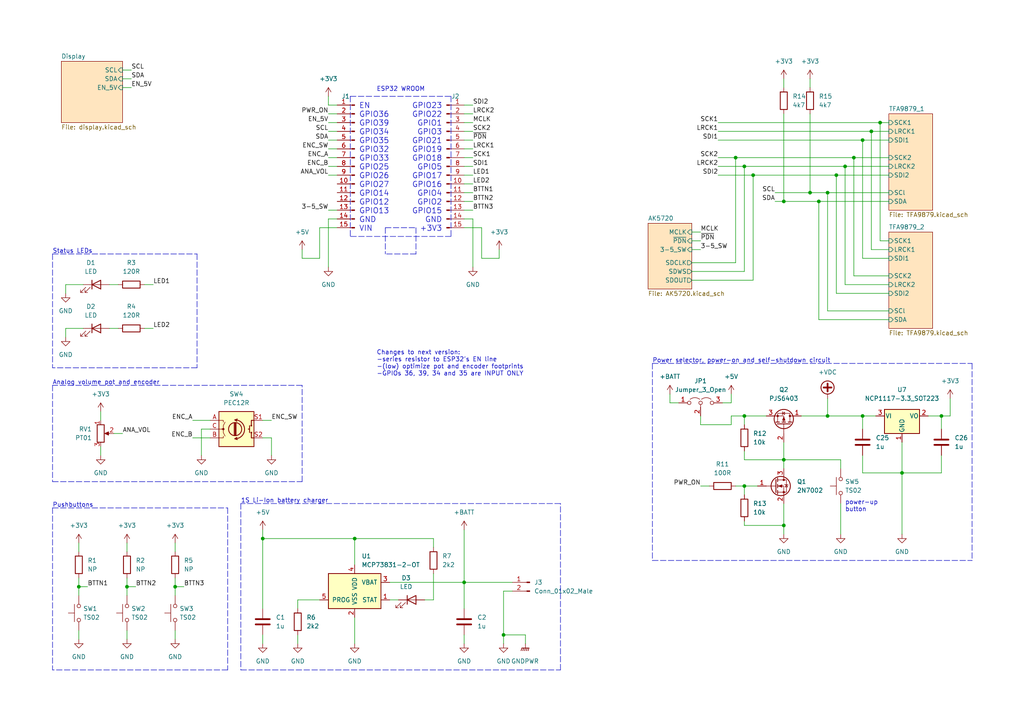
<source format=kicad_sch>
(kicad_sch (version 20211123) (generator eeschema)
  (paper "A4")
  (lib_symbols
    (symbol "Battery_Management:MCP73831-2-OT" (pin_names (offset 1.016))
      (property "Reference" "U" (at -7.62 6.35 0))
      (property "Value" "MCP73831-2-OT" (at 1.27 6.35 0))
      (symbol "MCP73831-2-OT_0_1"
        (rectangle (start -7.62 5.08) (end 7.62 -5.08) (stroke (width 0.254)) (fill (type background)))
      )
      (symbol "MCP73831-2-OT_1_1"
        (pin output line (at 10.16 -2.54 180) (length 2.54) (name "STAT") (number "1"))
        (pin power_in line (at 0 -7.62 90) (length 2.54) (name "VSS") (number "2"))
        (pin power_out line (at 10.16 2.54 180) (length 2.54) (name "VBAT") (number "3"))
        (pin power_in line (at 0 7.62 270) (length 2.54) (name "VDD") (number "4"))
        (pin input line (at -10.16 -2.54 0) (length 2.54) (name "PROG") (number "5"))
      )
    )
    (symbol "Connector:Conn_01x02_Male" (pin_names (offset 1.016) hide)
      (property "Reference" "J" (at 0 2.54 0))
      (property "Value" "Conn_01x02_Male" (at 0 -5.08 0))
      (symbol "Conn_01x02_Male_1_1"
        (polyline (pts (xy 1.27 -2.54) (xy 0.8636 -2.54)) (stroke (width 0.1524)))
        (polyline (pts (xy 1.27 0) (xy 0.8636 0)) (stroke (width 0.1524)))
        (rectangle (start 0.8636 -2.413) (end 0 -2.667) (stroke (width 0.1524)) (fill (type outline)))
        (rectangle (start 0.8636 0.127) (end 0 -0.127) (stroke (width 0.1524)) (fill (type outline)))
        (pin passive line (at 5.08 0 180) (length 3.81) (name "Pin_1") (number "1"))
        (pin passive line (at 5.08 -2.54 180) (length 3.81) (name "Pin_2") (number "2"))
      )
    )
    (symbol "Connector:Conn_01x15_Male" (pin_names (offset 1.016) hide)
      (property "Reference" "J" (at 0 20.32 0))
      (property "Value" "Conn_01x15_Male" (at 0 -20.32 0))
      (symbol "Conn_01x15_Male_1_1"
        (polyline (pts (xy 1.27 -17.78) (xy 0.8636 -17.78)) (stroke (width 0.1524)))
        (polyline (pts (xy 1.27 -15.24) (xy 0.8636 -15.24)) (stroke (width 0.1524)))
        (polyline (pts (xy 1.27 -12.7) (xy 0.8636 -12.7)) (stroke (width 0.1524)))
        (polyline (pts (xy 1.27 -10.16) (xy 0.8636 -10.16)) (stroke (width 0.1524)))
        (polyline (pts (xy 1.27 -7.62) (xy 0.8636 -7.62)) (stroke (width 0.1524)))
        (polyline (pts (xy 1.27 -5.08) (xy 0.8636 -5.08)) (stroke (width 0.1524)))
        (polyline (pts (xy 1.27 -2.54) (xy 0.8636 -2.54)) (stroke (width 0.1524)))
        (polyline (pts (xy 1.27 0) (xy 0.8636 0)) (stroke (width 0.1524)))
        (polyline (pts (xy 1.27 2.54) (xy 0.8636 2.54)) (stroke (width 0.1524)))
        (polyline (pts (xy 1.27 5.08) (xy 0.8636 5.08)) (stroke (width 0.1524)))
        (polyline (pts (xy 1.27 7.62) (xy 0.8636 7.62)) (stroke (width 0.1524)))
        (polyline (pts (xy 1.27 10.16) (xy 0.8636 10.16)) (stroke (width 0.1524)))
        (polyline (pts (xy 1.27 12.7) (xy 0.8636 12.7)) (stroke (width 0.1524)))
        (polyline (pts (xy 1.27 15.24) (xy 0.8636 15.24)) (stroke (width 0.1524)))
        (polyline (pts (xy 1.27 17.78) (xy 0.8636 17.78)) (stroke (width 0.1524)))
        (rectangle (start 0.8636 -17.653) (end 0 -17.907) (stroke (width 0.1524)) (fill (type outline)))
        (rectangle (start 0.8636 -15.113) (end 0 -15.367) (stroke (width 0.1524)) (fill (type outline)))
        (rectangle (start 0.8636 -12.573) (end 0 -12.827) (stroke (width 0.1524)) (fill (type outline)))
        (rectangle (start 0.8636 -10.033) (end 0 -10.287) (stroke (width 0.1524)) (fill (type outline)))
        (rectangle (start 0.8636 -7.493) (end 0 -7.747) (stroke (width 0.1524)) (fill (type outline)))
        (rectangle (start 0.8636 -4.953) (end 0 -5.207) (stroke (width 0.1524)) (fill (type outline)))
        (rectangle (start 0.8636 -2.413) (end 0 -2.667) (stroke (width 0.1524)) (fill (type outline)))
        (rectangle (start 0.8636 0.127) (end 0 -0.127) (stroke (width 0.1524)) (fill (type outline)))
        (rectangle (start 0.8636 2.667) (end 0 2.413) (stroke (width 0.1524)) (fill (type outline)))
        (rectangle (start 0.8636 5.207) (end 0 4.953) (stroke (width 0.1524)) (fill (type outline)))
        (rectangle (start 0.8636 7.747) (end 0 7.493) (stroke (width 0.1524)) (fill (type outline)))
        (rectangle (start 0.8636 10.287) (end 0 10.033) (stroke (width 0.1524)) (fill (type outline)))
        (rectangle (start 0.8636 12.827) (end 0 12.573) (stroke (width 0.1524)) (fill (type outline)))
        (rectangle (start 0.8636 15.367) (end 0 15.113) (stroke (width 0.1524)) (fill (type outline)))
        (rectangle (start 0.8636 17.907) (end 0 17.653) (stroke (width 0.1524)) (fill (type outline)))
        (pin passive line (at 5.08 17.78 180) (length 3.81) (name "Pin_1") (number "1"))
        (pin passive line (at 5.08 -5.08 180) (length 3.81) (name "Pin_10") (number "10"))
        (pin passive line (at 5.08 -7.62 180) (length 3.81) (name "Pin_11") (number "11"))
        (pin passive line (at 5.08 -10.16 180) (length 3.81) (name "Pin_12") (number "12"))
        (pin passive line (at 5.08 -12.7 180) (length 3.81) (name "Pin_13") (number "13"))
        (pin passive line (at 5.08 -15.24 180) (length 3.81) (name "Pin_14") (number "14"))
        (pin passive line (at 5.08 -17.78 180) (length 3.81) (name "Pin_15") (number "15"))
        (pin passive line (at 5.08 15.24 180) (length 3.81) (name "Pin_2") (number "2"))
        (pin passive line (at 5.08 12.7 180) (length 3.81) (name "Pin_3") (number "3"))
        (pin passive line (at 5.08 10.16 180) (length 3.81) (name "Pin_4") (number "4"))
        (pin passive line (at 5.08 7.62 180) (length 3.81) (name "Pin_5") (number "5"))
        (pin passive line (at 5.08 5.08 180) (length 3.81) (name "Pin_6") (number "6"))
        (pin passive line (at 5.08 2.54 180) (length 3.81) (name "Pin_7") (number "7"))
        (pin passive line (at 5.08 0 180) (length 3.81) (name "Pin_8") (number "8"))
        (pin passive line (at 5.08 -2.54 180) (length 3.81) (name "Pin_9") (number "9"))
      )
    )
    (symbol "Device:C" (pin_numbers hide) (pin_names (offset 0.254))
      (property "Reference" "C" (at 0.635 2.54 0))
      (property "Value" "C" (at 0.635 -2.54 0))
      (symbol "C_0_1"
        (polyline (pts (xy -2.032 -0.762) (xy 2.032 -0.762)) (stroke (width 0.508)))
        (polyline (pts (xy -2.032 0.762) (xy 2.032 0.762)) (stroke (width 0.508)))
      )
      (symbol "C_1_1"
        (pin passive line (at 0 3.81 270) (length 2.794) (name "~") (number "1"))
        (pin passive line (at 0 -3.81 90) (length 2.794) (name "~") (number "2"))
      )
    )
    (symbol "Device:LED" (pin_numbers hide) (pin_names (offset 1.016) hide)
      (property "Reference" "D" (at 0 2.54 0))
      (property "Value" "LED" (at 0 -2.54 0))
      (symbol "LED_0_1"
        (polyline (pts (xy -1.27 -1.27) (xy -1.27 1.27)) (stroke (width 0.254)))
        (polyline (pts (xy -1.27 0) (xy 1.27 0)))
        (polyline (pts (xy 1.27 -1.27) (xy 1.27 1.27) (xy -1.27 0) (xy 1.27 -1.27)) (stroke (width 0.254)))
        (polyline (pts (xy -3.048 -0.762) (xy -4.572 -2.286) (xy -3.81 -2.286) (xy -4.572 -2.286) (xy -4.572 -1.524)))
        (polyline (pts (xy -1.778 -0.762) (xy -3.302 -2.286) (xy -2.54 -2.286) (xy -3.302 -2.286) (xy -3.302 -1.524)))
      )
      (symbol "LED_1_1"
        (pin passive line (at -3.81 0 0) (length 2.54) (name "K") (number "1"))
        (pin passive line (at 3.81 0 180) (length 2.54) (name "A") (number "2"))
      )
    )
    (symbol "Device:Q_NMOS_GSD" (pin_names (offset 0) hide)
      (property "Reference" "Q" (at 5.08 1.27 0))
      (property "Value" "Q_NMOS_GSD" (at 5.08 -1.27 0))
      (symbol "Q_NMOS_GSD_0_1"
        (polyline (pts (xy 0.254 0) (xy -2.54 0)))
        (polyline (pts (xy 0.254 1.905) (xy 0.254 -1.905)) (stroke (width 0.254)))
        (polyline (pts (xy 0.762 -1.27) (xy 0.762 -2.286)) (stroke (width 0.254)))
        (polyline (pts (xy 0.762 0.508) (xy 0.762 -0.508)) (stroke (width 0.254)))
        (polyline (pts (xy 0.762 2.286) (xy 0.762 1.27)) (stroke (width 0.254)))
        (polyline (pts (xy 2.54 2.54) (xy 2.54 1.778)))
        (polyline (pts (xy 2.54 -2.54) (xy 2.54 0) (xy 0.762 0)))
        (polyline (pts (xy 0.762 -1.778) (xy 3.302 -1.778) (xy 3.302 1.778) (xy 0.762 1.778)))
        (polyline (pts (xy 1.016 0) (xy 2.032 0.381) (xy 2.032 -0.381) (xy 1.016 0)) (fill (type outline)))
        (polyline (pts (xy 2.794 0.508) (xy 2.921 0.381) (xy 3.683 0.381) (xy 3.81 0.254)))
        (polyline (pts (xy 3.302 0.381) (xy 2.921 -0.254) (xy 3.683 -0.254) (xy 3.302 0.381)))
        (circle (center 1.651 0) (radius 2.794) (stroke (width 0.254)))
        (circle (center 2.54 -1.778) (radius 0.254) (fill (type outline)))
        (circle (center 2.54 1.778) (radius 0.254) (fill (type outline)))
      )
      (symbol "Q_NMOS_GSD_1_1"
        (pin input line (at -5.08 0 0) (length 2.54) (name "G") (number "1"))
        (pin passive line (at 2.54 -5.08 90) (length 2.54) (name "S") (number "2"))
        (pin passive line (at 2.54 5.08 270) (length 2.54) (name "D") (number "3"))
      )
    )
    (symbol "Device:Q_PMOS_DGS" (pin_names (offset 0) hide)
      (property "Reference" "Q" (at 5.08 1.27 0))
      (property "Value" "Q_PMOS_DGS" (at 5.08 -1.27 0))
      (symbol "Q_PMOS_DGS_0_1"
        (polyline (pts (xy 0.254 0) (xy -2.54 0)))
        (polyline (pts (xy 0.254 1.905) (xy 0.254 -1.905)) (stroke (width 0.254)))
        (polyline (pts (xy 0.762 -1.27) (xy 0.762 -2.286)) (stroke (width 0.254)))
        (polyline (pts (xy 0.762 0.508) (xy 0.762 -0.508)) (stroke (width 0.254)))
        (polyline (pts (xy 0.762 2.286) (xy 0.762 1.27)) (stroke (width 0.254)))
        (polyline (pts (xy 2.54 2.54) (xy 2.54 1.778)))
        (polyline (pts (xy 2.54 -2.54) (xy 2.54 0) (xy 0.762 0)))
        (polyline (pts (xy 0.762 1.778) (xy 3.302 1.778) (xy 3.302 -1.778) (xy 0.762 -1.778)))
        (polyline (pts (xy 2.286 0) (xy 1.27 0.381) (xy 1.27 -0.381) (xy 2.286 0)) (fill (type outline)))
        (polyline (pts (xy 2.794 -0.508) (xy 2.921 -0.381) (xy 3.683 -0.381) (xy 3.81 -0.254)))
        (polyline (pts (xy 3.302 -0.381) (xy 2.921 0.254) (xy 3.683 0.254) (xy 3.302 -0.381)))
        (circle (center 1.651 0) (radius 2.794) (stroke (width 0.254)))
        (circle (center 2.54 -1.778) (radius 0.254) (fill (type outline)))
        (circle (center 2.54 1.778) (radius 0.254) (fill (type outline)))
      )
      (symbol "Q_PMOS_DGS_1_1"
        (pin passive line (at 2.54 5.08 270) (length 2.54) (name "D") (number "1"))
        (pin input line (at -5.08 0 0) (length 2.54) (name "G") (number "2"))
        (pin passive line (at 2.54 -5.08 90) (length 2.54) (name "S") (number "3"))
      )
    )
    (symbol "Device:R" (pin_numbers hide) (pin_names (offset 0))
      (property "Reference" "R" (at 2.032 0 90))
      (property "Value" "R" (at 0 0 90))
      (symbol "R_0_1"
        (rectangle (start -1.016 -2.54) (end 1.016 2.54) (stroke (width 0.254)))
      )
      (symbol "R_1_1"
        (pin passive line (at 0 3.81 270) (length 1.27) (name "~") (number "1"))
        (pin passive line (at 0 -3.81 90) (length 1.27) (name "~") (number "2"))
      )
    )
    (symbol "Device:R_Potentiometer" (pin_names (offset 1.016) hide)
      (property "Reference" "RV" (at -4.445 0 90))
      (property "Value" "R_Potentiometer" (at -2.54 0 90))
      (symbol "R_Potentiometer_0_1"
        (polyline (pts (xy 2.54 0) (xy 1.524 0)))
        (polyline (pts (xy 1.143 0) (xy 2.286 0.508) (xy 2.286 -0.508) (xy 1.143 0)) (fill (type outline)))
        (rectangle (start 1.016 2.54) (end -1.016 -2.54) (stroke (width 0.254)))
      )
      (symbol "R_Potentiometer_1_1"
        (pin passive line (at 0 3.81 270) (length 1.27) (name "1") (number "1"))
        (pin passive line (at 3.81 0 180) (length 1.27) (name "2") (number "2"))
        (pin passive line (at 0 -3.81 90) (length 1.27) (name "3") (number "3"))
      )
    )
    (symbol "Device:RotaryEncoder_Switch" (pin_names (offset 0.254) hide)
      (property "Reference" "SW" (at 0 6.604 0))
      (property "Value" "RotaryEncoder_Switch" (at 0 -6.604 0))
      (symbol "RotaryEncoder_Switch_0_1"
        (rectangle (start -5.08 5.08) (end 5.08 -5.08) (stroke (width 0.254)) (fill (type background)))
        (circle (center -3.81 0) (radius 0.254) (fill (type outline)))
        (arc (start -0.381 -2.794) (mid 2.3622 -0.0508) (end -0.381 2.667) (stroke (width 0.254)))
        (circle (center -0.381 0) (radius 1.905) (stroke (width 0.254)))
        (polyline (pts (xy -0.635 -1.778) (xy -0.635 1.778)) (stroke (width 0.254)))
        (polyline (pts (xy -0.381 -1.778) (xy -0.381 1.778)) (stroke (width 0.254)))
        (polyline (pts (xy -0.127 1.778) (xy -0.127 -1.778)) (stroke (width 0.254)))
        (polyline (pts (xy 3.81 0) (xy 3.429 0)) (stroke (width 0.254)))
        (polyline (pts (xy 3.81 1.016) (xy 3.81 -1.016)) (stroke (width 0.254)))
        (polyline (pts (xy -5.08 -2.54) (xy -3.81 -2.54) (xy -3.81 -2.032)))
        (polyline (pts (xy -5.08 2.54) (xy -3.81 2.54) (xy -3.81 2.032)))
        (polyline (pts (xy 0.254 -3.048) (xy -0.508 -2.794) (xy 0.127 -2.413)) (stroke (width 0.254)))
        (polyline (pts (xy 0.254 2.921) (xy -0.508 2.667) (xy 0.127 2.286)) (stroke (width 0.254)))
        (polyline (pts (xy 5.08 -2.54) (xy 4.318 -2.54) (xy 4.318 -1.016)) (stroke (width 0.254)))
        (polyline (pts (xy 5.08 2.54) (xy 4.318 2.54) (xy 4.318 1.016)) (stroke (width 0.254)))
        (polyline (pts (xy -5.08 0) (xy -3.81 0) (xy -3.81 -1.016) (xy -3.302 -2.032)))
        (polyline (pts (xy -4.318 0) (xy -3.81 0) (xy -3.81 1.016) (xy -3.302 2.032)))
        (circle (center 4.318 -1.016) (radius 0.127) (stroke (width 0.254)))
        (circle (center 4.318 1.016) (radius 0.127) (stroke (width 0.254)))
      )
      (symbol "RotaryEncoder_Switch_1_1"
        (pin passive line (at -7.62 2.54 0) (length 2.54) (name "A") (number "A"))
        (pin passive line (at -7.62 -2.54 0) (length 2.54) (name "B") (number "B"))
        (pin passive line (at -7.62 0 0) (length 2.54) (name "C") (number "C"))
        (pin passive line (at 7.62 2.54 180) (length 2.54) (name "S1") (number "S1"))
        (pin passive line (at 7.62 -2.54 180) (length 2.54) (name "S2") (number "S2"))
      )
    )
    (symbol "Jumper:Jumper_3_Open" (pin_names (offset 0) hide)
      (property "Reference" "JP" (at -2.54 -2.54 0))
      (property "Value" "Jumper_3_Open" (at 0 2.794 0))
      (symbol "Jumper_3_Open_0_0"
        (circle (center -3.302 0) (radius 0.508))
        (circle (center 0 0) (radius 0.508))
        (circle (center 3.302 0) (radius 0.508))
      )
      (symbol "Jumper_3_Open_0_1"
        (arc (start -0.254 1.016) (mid -1.651 1.4992) (end -3.048 1.016))
        (polyline (pts (xy 0 -0.508) (xy 0 -1.27)))
        (arc (start 3.048 1.016) (mid 1.651 1.4992) (end 0.254 1.016))
      )
      (symbol "Jumper_3_Open_1_1"
        (pin passive line (at -6.35 0 0) (length 2.54) (name "A") (number "1"))
        (pin passive line (at 0 -3.81 90) (length 2.54) (name "C") (number "2"))
        (pin passive line (at 6.35 0 180) (length 2.54) (name "B") (number "3"))
      )
    )
    (symbol "Regulator_Linear:NCP1117-3.3_SOT223" (pin_names (offset 0.254))
      (property "Reference" "U" (at -3.81 3.175 0))
      (property "Value" "NCP1117-3.3_SOT223" (at 0 3.175 0))
      (symbol "NCP1117-3.3_SOT223_0_1"
        (rectangle (start -5.08 -5.08) (end 5.08 1.905) (stroke (width 0.254)) (fill (type background)))
      )
      (symbol "NCP1117-3.3_SOT223_1_1"
        (pin power_in line (at 0 -7.62 90) (length 2.54) (name "GND") (number "1"))
        (pin power_out line (at 7.62 0 180) (length 2.54) (name "VO") (number "2"))
        (pin power_in line (at -7.62 0 0) (length 2.54) (name "VI") (number "3"))
      )
    )
    (symbol "Switch:SW_Push" (pin_numbers hide) (pin_names (offset 1.016) hide)
      (property "Reference" "SW" (at 1.27 2.54 0))
      (property "Value" "SW_Push" (at 0 -1.524 0))
      (symbol "SW_Push_0_1"
        (circle (center -2.032 0) (radius 0.508))
        (polyline (pts (xy 0 1.27) (xy 0 3.048)))
        (polyline (pts (xy 2.54 1.27) (xy -2.54 1.27)))
        (circle (center 2.032 0) (radius 0.508))
        (pin passive line (at -5.08 0 0) (length 2.54) (name "1") (number "1"))
        (pin passive line (at 5.08 0 180) (length 2.54) (name "2") (number "2"))
      )
    )
    (symbol "power:+3V3" (power) (pin_names (offset 0))
      (property "Value" "+3V3" (at 0 3.556 0))
      (symbol "+3V3_0_1"
        (polyline (pts (xy -0.762 1.27) (xy 0 2.54)))
        (polyline (pts (xy 0 0) (xy 0 2.54)))
        (polyline (pts (xy 0 2.54) (xy 0.762 1.27)))
      )
      (symbol "+3V3_1_1"
        (pin power_in line (at 0 0 90) (length 0) hide (name "+3V3") (number "1"))
      )
    )
    (symbol "power:+5V" (power) (pin_names (offset 0))
      (property "Value" "+5V" (at 0 3.556 0))
      (symbol "+5V_0_1"
        (polyline (pts (xy -0.762 1.27) (xy 0 2.54)))
        (polyline (pts (xy 0 0) (xy 0 2.54)))
        (polyline (pts (xy 0 2.54) (xy 0.762 1.27)))
      )
      (symbol "+5V_1_1"
        (pin power_in line (at 0 0 90) (length 0) hide (name "+5V") (number "1"))
      )
    )
    (symbol "power:+BATT" (power) (pin_names (offset 0))
      (property "Value" "+BATT" (at 0 3.556 0))
      (symbol "+BATT_0_1"
        (polyline (pts (xy -0.762 1.27) (xy 0 2.54)))
        (polyline (pts (xy 0 0) (xy 0 2.54)))
        (polyline (pts (xy 0 2.54) (xy 0.762 1.27)))
      )
      (symbol "+BATT_1_1"
        (pin power_in line (at 0 0 90) (length 0) hide (name "+BATT") (number "1"))
      )
    )
    (symbol "power:+VDC" (power) (pin_names (offset 0))
      (property "Value" "+VDC" (at 0 6.35 0))
      (symbol "+VDC_0_1"
        (polyline (pts (xy -1.143 3.175) (xy 1.143 3.175)) (stroke (width 0.508)))
        (polyline (pts (xy 0 0) (xy 0 1.27)))
        (polyline (pts (xy 0 2.032) (xy 0 4.318)) (stroke (width 0.508)))
        (circle (center 0 3.175) (radius 1.905) (stroke (width 0.254)))
      )
      (symbol "+VDC_1_1"
        (pin power_in line (at 0 0 90) (length 0) hide (name "+VDC") (number "1"))
      )
    )
    (symbol "power:GND" (power) (pin_names (offset 0))
      (property "Value" "GND" (at 0 -3.81 0))
      (symbol "GND_0_1"
        (polyline (pts (xy 0 0) (xy 0 -1.27) (xy 1.27 -1.27) (xy 0 -2.54) (xy -1.27 -1.27) (xy 0 -1.27)))
      )
      (symbol "GND_1_1"
        (pin power_in line (at 0 0 270) (length 0) hide (name "GND") (number "1"))
      )
    )
    (symbol "power:GNDPWR" (power) (pin_names (offset 0))
      (property "Value" "GNDPWR" (at 0 -3.302 0))
      (symbol "GNDPWR_0_1"
        (polyline (pts (xy 0 -1.27) (xy 0 0)))
        (polyline (pts (xy -1.016 -1.27) (xy -1.27 -2.032) (xy -1.27 -2.032)) (stroke (width 0.2032)))
        (polyline (pts (xy -0.508 -1.27) (xy -0.762 -2.032) (xy -0.762 -2.032)) (stroke (width 0.2032)))
        (polyline (pts (xy 0 -1.27) (xy -0.254 -2.032) (xy -0.254 -2.032)) (stroke (width 0.2032)))
        (polyline (pts (xy 0.508 -1.27) (xy 0.254 -2.032) (xy 0.254 -2.032)) (stroke (width 0.2032)))
        (polyline (pts (xy 1.016 -1.27) (xy -1.016 -1.27) (xy -1.016 -1.27)) (stroke (width 0.2032)))
        (polyline (pts (xy 1.016 -1.27) (xy 0.762 -2.032) (xy 0.762 -2.032) (xy 0.762 -2.032)) (stroke (width 0.2032)))
      )
      (symbol "GNDPWR_1_1"
        (pin power_in line (at 0 0 270) (length 0) hide (name "GNDPWR") (number "1"))
      )
    )
  )
  (junction (at 234.95 55.88))
  (junction (at 227.33 133.35))
  (junction (at 215.9 120.65))
  (junction (at 76.2 156.21))
  (junction (at 227.33 152.4))
  (junction (at 36.83 170.18))
  (junction (at 227.33 58.42))
  (junction (at 50.8 170.18))
  (junction (at 22.86 170.18))
  (junction (at 215.9 140.97))
  (junction (at 240.03 55.88))
  (junction (at 247.65 45.72))
  (junction (at 240.03 120.65))
  (junction (at 134.62 168.91))
  (junction (at 218.44 50.8))
  (junction (at 252.73 38.1))
  (junction (at 242.57 50.8))
  (junction (at 213.36 45.72))
  (junction (at 215.9 48.26))
  (junction (at 273.05 120.65))
  (junction (at 102.87 156.21))
  (junction (at 237.49 58.42))
  (junction (at 255.27 35.56))
  (junction (at 245.11 48.26))
  (junction (at 261.62 137.16))
  (junction (at 250.19 120.65))
  (junction (at 250.19 40.64))
  (junction (at 146.05 184.15))
  (wire (pts (xy 134.62 53.34) (xy 137.16 53.34)))
  (wire (pts (xy 123.19 173.99) (xy 125.73 173.99)))
  (wire (pts (xy 200.66 72.39) (xy 203.2 72.39)))
  (wire (pts (xy 245.11 48.26) (xy 245.11 82.55)))
  (wire (pts (xy 137.16 77.47) (xy 137.16 63.5)))
  (wire (pts (xy 240.03 90.17) (xy 257.81 90.17)))
  (wire (pts (xy 208.28 40.64) (xy 250.19 40.64)))
  (wire (pts (xy 273.05 120.65) (xy 273.05 124.46)))
  (wire (pts (xy 50.8 167.64) (xy 50.8 170.18)))
  (polyline (pts (xy 281.94 105.41) (xy 281.94 162.56)))
  (wire (pts (xy 212.09 120.65) (xy 215.9 120.65)))
  (wire (pts (xy 203.2 123.19) (xy 212.09 123.19)))
  (wire (pts (xy 95.25 38.1) (xy 97.79 38.1)))
  (wire (pts (xy 95.25 63.5) (xy 97.79 63.5)))
  (wire (pts (xy 222.25 120.65) (xy 215.9 120.65)))
  (wire (pts (xy 242.57 85.09) (xy 257.81 85.09)))
  (wire (pts (xy 227.33 133.35) (xy 227.33 135.89)))
  (wire (pts (xy 213.36 140.97) (xy 215.9 140.97)))
  (wire (pts (xy 227.33 58.42) (xy 237.49 58.42)))
  (wire (pts (xy 227.33 128.27) (xy 227.33 133.35)))
  (wire (pts (xy 41.91 95.25) (xy 44.45 95.25)))
  (wire (pts (xy 19.05 82.55) (xy 19.05 85.09)))
  (wire (pts (xy 36.83 167.64) (xy 36.83 170.18)))
  (wire (pts (xy 95.25 50.8) (xy 97.79 50.8)))
  (wire (pts (xy 200.66 76.2) (xy 213.36 76.2)))
  (wire (pts (xy 273.05 132.08) (xy 273.05 137.16)))
  (wire (pts (xy 50.8 170.18) (xy 50.8 172.72)))
  (wire (pts (xy 76.2 153.67) (xy 76.2 156.21)))
  (polyline (pts (xy 111.76 66.04) (xy 111.76 73.66)))
  (wire (pts (xy 58.42 124.46) (xy 58.42 132.08)))
  (polyline (pts (xy 162.56 194.31) (xy 162.56 146.05)))
  (wire (pts (xy 76.2 184.15) (xy 76.2 186.69)))
  (polyline (pts (xy 66.04 147.32) (xy 66.04 194.31)))
  (wire (pts (xy 203.2 140.97) (xy 205.74 140.97)))
  (wire (pts (xy 213.36 76.2) (xy 213.36 45.72)))
  (wire (pts (xy 227.33 146.05) (xy 227.33 152.4)))
  (wire (pts (xy 95.25 48.26) (xy 97.79 48.26)))
  (wire (pts (xy 215.9 130.81) (xy 215.9 133.35)))
  (wire (pts (xy 95.25 27.94) (xy 95.25 30.48)))
  (wire (pts (xy 35.56 22.86) (xy 38.1 22.86)))
  (wire (pts (xy 242.57 50.8) (xy 242.57 85.09)))
  (wire (pts (xy 224.79 58.42) (xy 227.33 58.42)))
  (wire (pts (xy 269.24 120.65) (xy 273.05 120.65)))
  (wire (pts (xy 134.62 153.67) (xy 134.62 168.91)))
  (polyline (pts (xy 120.65 73.66) (xy 111.76 73.66)))
  (polyline (pts (xy 69.85 194.31) (xy 162.56 194.31)))
  (wire (pts (xy 240.03 115.57) (xy 240.03 120.65)))
  (wire (pts (xy 134.62 66.04) (xy 139.7 66.04)))
  (polyline (pts (xy 189.23 105.41) (xy 281.94 105.41)))
  (wire (pts (xy 255.27 35.56) (xy 255.27 69.85)))
  (wire (pts (xy 55.88 127) (xy 60.96 127)))
  (polyline (pts (xy 15.24 139.7) (xy 87.63 139.7)))
  (wire (pts (xy 31.75 82.55) (xy 34.29 82.55)))
  (wire (pts (xy 245.11 48.26) (xy 257.81 48.26)))
  (wire (pts (xy 95.25 33.02) (xy 97.79 33.02)))
  (wire (pts (xy 200.66 69.85) (xy 203.2 69.85)))
  (wire (pts (xy 208.28 35.56) (xy 255.27 35.56)))
  (wire (pts (xy 243.84 146.05) (xy 243.84 154.94)))
  (wire (pts (xy 200.66 78.74) (xy 215.9 78.74)))
  (wire (pts (xy 218.44 50.8) (xy 218.44 81.28)))
  (wire (pts (xy 250.19 40.64) (xy 257.81 40.64)))
  (wire (pts (xy 234.95 22.86) (xy 234.95 25.4)))
  (wire (pts (xy 242.57 50.8) (xy 257.81 50.8)))
  (wire (pts (xy 95.25 45.72) (xy 97.79 45.72)))
  (wire (pts (xy 134.62 55.88) (xy 137.16 55.88)))
  (polyline (pts (xy 69.85 146.05) (xy 69.85 194.31)))
  (wire (pts (xy 215.9 143.51) (xy 215.9 140.97)))
  (wire (pts (xy 208.28 38.1) (xy 252.73 38.1)))
  (wire (pts (xy 95.25 60.96) (xy 97.79 60.96)))
  (wire (pts (xy 261.62 128.27) (xy 261.62 137.16)))
  (wire (pts (xy 95.25 77.47) (xy 95.25 63.5)))
  (wire (pts (xy 50.8 182.88) (xy 50.8 185.42)))
  (wire (pts (xy 247.65 45.72) (xy 257.81 45.72)))
  (wire (pts (xy 243.84 133.35) (xy 243.84 135.89)))
  (wire (pts (xy 273.05 120.65) (xy 275.59 120.65)))
  (wire (pts (xy 29.21 129.54) (xy 29.21 132.08)))
  (wire (pts (xy 50.8 157.48) (xy 50.8 160.02)))
  (wire (pts (xy 22.86 157.48) (xy 22.86 160.02)))
  (wire (pts (xy 227.33 33.02) (xy 227.33 58.42)))
  (wire (pts (xy 35.56 25.4) (xy 38.1 25.4)))
  (wire (pts (xy 76.2 156.21) (xy 76.2 176.53)))
  (wire (pts (xy 134.62 40.64) (xy 137.16 40.64)))
  (wire (pts (xy 234.95 33.02) (xy 234.95 55.88)))
  (wire (pts (xy 200.66 67.31) (xy 203.2 67.31)))
  (wire (pts (xy 134.62 168.91) (xy 148.59 168.91)))
  (wire (pts (xy 134.62 35.56) (xy 137.16 35.56)))
  (wire (pts (xy 113.03 173.99) (xy 115.57 173.99)))
  (polyline (pts (xy 57.15 106.68) (xy 15.24 106.68)))
  (wire (pts (xy 209.55 116.84) (xy 212.09 116.84)))
  (wire (pts (xy 36.83 170.18) (xy 36.83 172.72)))
  (wire (pts (xy 95.25 35.56) (xy 97.79 35.56)))
  (polyline (pts (xy 87.63 111.76) (xy 15.24 111.76)))
  (wire (pts (xy 252.73 38.1) (xy 252.73 72.39)))
  (wire (pts (xy 148.59 171.45) (xy 146.05 171.45)))
  (wire (pts (xy 200.66 81.28) (xy 218.44 81.28)))
  (wire (pts (xy 247.65 45.72) (xy 247.65 80.01)))
  (wire (pts (xy 134.62 50.8) (xy 137.16 50.8)))
  (wire (pts (xy 250.19 137.16) (xy 261.62 137.16)))
  (wire (pts (xy 250.19 120.65) (xy 250.19 124.46)))
  (wire (pts (xy 92.71 74.93) (xy 87.63 74.93)))
  (wire (pts (xy 86.36 184.15) (xy 86.36 186.69)))
  (wire (pts (xy 78.74 132.08) (xy 78.74 127)))
  (wire (pts (xy 139.7 66.04) (xy 139.7 74.93)))
  (wire (pts (xy 76.2 121.92) (xy 78.74 121.92)))
  (wire (pts (xy 22.86 182.88) (xy 22.86 185.42)))
  (wire (pts (xy 247.65 80.01) (xy 257.81 80.01)))
  (wire (pts (xy 102.87 156.21) (xy 102.87 163.83)))
  (wire (pts (xy 86.36 176.53) (xy 86.36 173.99)))
  (polyline (pts (xy 189.23 162.56) (xy 281.94 162.56)))
  (polyline (pts (xy 120.65 66.04) (xy 120.65 73.66)))
  (wire (pts (xy 19.05 82.55) (xy 24.13 82.55)))
  (wire (pts (xy 146.05 184.15) (xy 146.05 186.69)))
  (wire (pts (xy 87.63 72.39) (xy 87.63 74.93)))
  (polyline (pts (xy 15.24 73.66) (xy 15.24 106.68)))
  (wire (pts (xy 134.62 30.48) (xy 137.16 30.48)))
  (polyline (pts (xy 15.24 147.32) (xy 15.24 194.31)))
  (wire (pts (xy 22.86 167.64) (xy 22.86 170.18)))
  (wire (pts (xy 215.9 152.4) (xy 227.33 152.4)))
  (wire (pts (xy 41.91 82.55) (xy 44.45 82.55)))
  (wire (pts (xy 255.27 35.56) (xy 257.81 35.56)))
  (polyline (pts (xy 162.56 146.05) (xy 69.85 146.05)))
  (polyline (pts (xy 111.76 66.04) (xy 120.65 66.04)))
  (wire (pts (xy 92.71 66.04) (xy 92.71 74.93)))
  (wire (pts (xy 95.25 40.64) (xy 97.79 40.64)))
  (wire (pts (xy 250.19 74.93) (xy 257.81 74.93)))
  (polyline (pts (xy 15.24 147.32) (xy 66.04 147.32)))
  (wire (pts (xy 250.19 132.08) (xy 250.19 137.16)))
  (wire (pts (xy 250.19 120.65) (xy 254 120.65)))
  (wire (pts (xy 215.9 120.65) (xy 215.9 123.19)))
  (polyline (pts (xy 66.04 194.31) (xy 15.24 194.31)))
  (wire (pts (xy 194.31 114.3) (xy 194.31 116.84)))
  (wire (pts (xy 261.62 137.16) (xy 273.05 137.16)))
  (wire (pts (xy 50.8 170.18) (xy 53.34 170.18)))
  (wire (pts (xy 215.9 48.26) (xy 245.11 48.26)))
  (wire (pts (xy 240.03 55.88) (xy 257.81 55.88)))
  (polyline (pts (xy 189.23 105.41) (xy 189.23 162.56)))
  (wire (pts (xy 212.09 114.3) (xy 212.09 116.84)))
  (wire (pts (xy 22.86 170.18) (xy 25.4 170.18)))
  (wire (pts (xy 208.28 45.72) (xy 213.36 45.72)))
  (wire (pts (xy 139.7 74.93) (xy 144.78 74.93)))
  (wire (pts (xy 134.62 45.72) (xy 137.16 45.72)))
  (wire (pts (xy 232.41 120.65) (xy 240.03 120.65)))
  (wire (pts (xy 113.03 168.91) (xy 134.62 168.91)))
  (wire (pts (xy 227.33 133.35) (xy 243.84 133.35)))
  (wire (pts (xy 19.05 95.25) (xy 24.13 95.25)))
  (wire (pts (xy 208.28 48.26) (xy 215.9 48.26)))
  (wire (pts (xy 102.87 179.07) (xy 102.87 186.69)))
  (wire (pts (xy 252.73 72.39) (xy 257.81 72.39)))
  (wire (pts (xy 55.88 121.92) (xy 60.96 121.92)))
  (wire (pts (xy 234.95 55.88) (xy 240.03 55.88)))
  (wire (pts (xy 240.03 120.65) (xy 250.19 120.65)))
  (wire (pts (xy 227.33 152.4) (xy 227.33 154.94)))
  (wire (pts (xy 125.73 156.21) (xy 125.73 158.75)))
  (wire (pts (xy 60.96 124.46) (xy 58.42 124.46)))
  (wire (pts (xy 95.25 43.18) (xy 97.79 43.18)))
  (wire (pts (xy 213.36 45.72) (xy 247.65 45.72)))
  (wire (pts (xy 152.4 186.69) (xy 152.4 184.15)))
  (wire (pts (xy 237.49 58.42) (xy 257.81 58.42)))
  (polyline (pts (xy 130.81 27.94) (xy 130.81 68.58)))
  (wire (pts (xy 134.62 48.26) (xy 137.16 48.26)))
  (wire (pts (xy 134.62 43.18) (xy 137.16 43.18)))
  (wire (pts (xy 255.27 69.85) (xy 257.81 69.85)))
  (wire (pts (xy 261.62 137.16) (xy 261.62 154.94)))
  (wire (pts (xy 237.49 92.71) (xy 257.81 92.71)))
  (wire (pts (xy 252.73 38.1) (xy 257.81 38.1)))
  (wire (pts (xy 212.09 123.19) (xy 212.09 120.65)))
  (wire (pts (xy 134.62 58.42) (xy 137.16 58.42)))
  (wire (pts (xy 146.05 171.45) (xy 146.05 184.15)))
  (wire (pts (xy 36.83 182.88) (xy 36.83 185.42)))
  (wire (pts (xy 22.86 170.18) (xy 22.86 172.72)))
  (wire (pts (xy 134.62 184.15) (xy 134.62 186.69)))
  (wire (pts (xy 215.9 133.35) (xy 227.33 133.35)))
  (wire (pts (xy 134.62 33.02) (xy 137.16 33.02)))
  (wire (pts (xy 215.9 140.97) (xy 219.71 140.97)))
  (wire (pts (xy 275.59 120.65) (xy 275.59 115.57)))
  (wire (pts (xy 245.11 82.55) (xy 257.81 82.55)))
  (polyline (pts (xy 57.15 73.66) (xy 57.15 106.68)))
  (wire (pts (xy 102.87 156.21) (xy 125.73 156.21)))
  (wire (pts (xy 134.62 60.96) (xy 137.16 60.96)))
  (wire (pts (xy 218.44 50.8) (xy 242.57 50.8)))
  (wire (pts (xy 144.78 72.39) (xy 144.78 74.93)))
  (wire (pts (xy 224.79 55.88) (xy 234.95 55.88)))
  (wire (pts (xy 227.33 22.86) (xy 227.33 25.4)))
  (polyline (pts (xy 87.63 139.7) (xy 87.63 111.76)))
  (polyline (pts (xy 15.24 73.66) (xy 57.15 73.66)))
  (wire (pts (xy 208.28 50.8) (xy 218.44 50.8)))
  (wire (pts (xy 76.2 156.21) (xy 102.87 156.21)))
  (wire (pts (xy 86.36 173.99) (xy 92.71 173.99)))
  (wire (pts (xy 134.62 38.1) (xy 137.16 38.1)))
  (wire (pts (xy 240.03 55.88) (xy 240.03 90.17)))
  (wire (pts (xy 215.9 151.13) (xy 215.9 152.4)))
  (polyline (pts (xy 101.6 27.94) (xy 130.81 27.94)))
  (polyline (pts (xy 130.81 68.58) (xy 101.6 68.58)))
  (wire (pts (xy 33.02 125.73) (xy 35.56 125.73)))
  (polyline (pts (xy 15.24 111.76) (xy 15.24 139.7)))
  (wire (pts (xy 146.05 184.15) (xy 152.4 184.15)))
  (wire (pts (xy 97.79 66.04) (xy 92.71 66.04)))
  (wire (pts (xy 237.49 58.42) (xy 237.49 92.71)))
  (wire (pts (xy 250.19 40.64) (xy 250.19 74.93)))
  (wire (pts (xy 137.16 63.5) (xy 134.62 63.5)))
  (wire (pts (xy 215.9 48.26) (xy 215.9 78.74)))
  (wire (pts (xy 78.74 127) (xy 76.2 127)))
  (wire (pts (xy 19.05 95.25) (xy 19.05 97.79)))
  (wire (pts (xy 194.31 116.84) (xy 196.85 116.84)))
  (wire (pts (xy 29.21 119.38) (xy 29.21 121.92)))
  (wire (pts (xy 203.2 120.65) (xy 203.2 123.19)))
  (wire (pts (xy 35.56 20.32) (xy 38.1 20.32)))
  (wire (pts (xy 36.83 170.18) (xy 39.37 170.18)))
  (wire (pts (xy 95.25 30.48) (xy 97.79 30.48)))
  (polyline (pts (xy 101.6 27.94) (xy 101.6 68.58)))
  (wire (pts (xy 125.73 166.37) (xy 125.73 173.99)))
  (wire (pts (xy 134.62 168.91) (xy 134.62 176.53)))
  (wire (pts (xy 36.83 157.48) (xy 36.83 160.02)))
  (wire (pts (xy 31.75 95.25) (xy 34.29 95.25)))
  (text "Status LEDs" (at 15.24 73.66 0) (effects (font (size 1.27 1.27)) (justify left bottom)))
  (text "1S Li-Ion battery charger" (at 69.85 146.05 0) (effects (font (size 1.27 1.27)) (justify left bottom)))
  (text "Analog volume pot and encoder" (at 15.24 111.76 0) (effects (font (size 1.27 1.27)) (justify left bottom)))
  (text "EN\nGPIO36\nGPIO39\nGPIO34\nGPIO35\nGPIO32\nGPIO33\nGPIO25\nGPIO26\nGPIO27\nGPIO14\nGPIO12\nGPIO13\nGND\nVIN" (at 104.14 67.31 0) (effects (font (size 1.58 1.58)) (justify left bottom)))
  (text "Pushbuttons" (at 15.24 147.32 0) (effects (font (size 1.27 1.27)) (justify left bottom)))
  (text "Power selector, power-on and self-shutdown circuit" (at 189.23 105.41 0) (effects (font (size 1.27 1.27)) (justify left bottom)))
  (text "GPIO23\nGPIO22\nGPIO1\nGPIO3\nGPIO21\nGPIO19\nGPIO18\nGPIO5\nGPIO17\nGPIO16\nGPIO4\nGPIO2\nGPIO15\nGND\n+3V3" (at 128.27 67.31 0) (effects (font (size 1.58 1.58)) (justify right bottom)))
  (text "Changes to next version:\n-series resistor to ESP32's EN line\n-(low) optimize pot and encoder footprints\n-GPIOs 36, 39, 34 and 35 are INPUT ONLY" (at 109.22 109.22 0) (effects (font (size 1.27 1.27)) (justify left bottom)))
  (text "power-up\nbutton" (at 245.11 148.59 0) (effects (font (size 1.27 1.27)) (justify left bottom)))
  (text "ESP32 WROOM" (at 109.22 26.67 0) (effects (font (size 1.27 1.27)) (justify left bottom)))
  (label "SCK1" (at 137.16 45.72 0))
  (label "SDA" (at 38.1 22.86 0))
  (label "LRCK1" (at 208.28 38.1 180))
  (label "ANA_VOL" (at 95.25 50.8 180))
  (label "LRCK1" (at 137.16 43.18 0))
  (label "LED2" (at 44.45 95.25 0))
  (label "~{PDN}" (at 137.16 40.64 0))
  (label "ENC_SW" (at 95.25 43.18 180))
  (label "SDI2" (at 208.28 50.8 180))
  (label "SCK2" (at 208.28 45.72 180))
  (label "ENC_B" (at 95.25 48.26 180))
  (label "SCK2" (at 137.16 38.1 0))
  (label "SCL" (at 38.1 20.32 0))
  (label "BTTN3" (at 53.34 170.18 0))
  (label "SCL" (at 224.79 55.88 180))
  (label "LED1" (at 44.45 82.55 0))
  (label "3-5_SW" (at 203.2 72.39 0))
  (label "MCLK" (at 137.16 35.56 0))
  (label "LRCK2" (at 137.16 33.02 0))
  (label "BTTN1" (at 137.16 55.88 0))
  (label "BTTN2" (at 39.37 170.18 0))
  (label "SDI1" (at 208.28 40.64 180))
  (label "SDA" (at 95.25 40.64 180))
  (label "SDA" (at 224.79 58.42 180))
  (label "SDI1" (at 137.16 48.26 0))
  (label "LRCK2" (at 208.28 48.26 180))
  (label "LED1" (at 137.16 50.8 0))
  (label "ENC_B" (at 55.88 127 180))
  (label "ANA_VOL" (at 35.56 125.73 0))
  (label "EN_5V" (at 95.25 35.56 180))
  (label "ENC_A" (at 55.88 121.92 180))
  (label "EN_5V" (at 38.1 25.4 0))
  (label "PWR_ON" (at 203.2 140.97 180))
  (label "LED2" (at 137.16 53.34 0))
  (label "~{PDN}" (at 203.2 69.85 0))
  (label "ENC_SW" (at 78.74 121.92 0))
  (label "SCL" (at 95.25 38.1 180))
  (label "BTTN3" (at 137.16 60.96 0))
  (label "BTTN1" (at 25.4 170.18 0))
  (label "SCK1" (at 208.28 35.56 180))
  (label "ENC_A" (at 95.25 45.72 180))
  (label "PWR_ON" (at 95.25 33.02 180))
  (label "SDI2" (at 137.16 30.48 0))
  (label "3-5_SW" (at 95.25 60.96 180))
  (label "BTTN2" (at 137.16 58.42 0))
  (label "MCLK" (at 203.2 67.31 0))
  (symbol (lib_id "power:+3V3") (at 50.8 157.48 0) (unit 1)
    (property "Reference" "#PWR09" (effects hide))
    (property "Value" "+3V3" (at 50.8 152.4 0))
  )
  (symbol (lib_id "Device:R") (at 86.36 180.34 180) (unit 1)
    (property "Reference" "R6" (at 88.9 179.0699 0) (effects (justify right)))
    (property "Value" "2k2" (at 88.9 181.6099 0) (effects (justify right)))
    (property "Footprint" "Resistor_SMD:R_0603_1608Metric" (effects hide))
  )
  (symbol (lib_id "Device:C") (at 76.2 180.34 0) (unit 1)
    (property "Reference" "C1" (at 80.01 179.0699 0) (effects (justify left)))
    (property "Value" "1u" (at 80.01 181.6099 0) (effects (justify left)))
    (property "Footprint" "Capacitor_SMD:C_0603_1608Metric" (effects hide))
  )
  (symbol (lib_id "Device:RotaryEncoder_Switch") (at 68.58 124.46 0) (unit 1)
    (property "Reference" "SW4" (at 68.58 114.3 0))
    (property "Value" "PEC12R" (at 68.58 116.84 0))
    (property "Footprint" "Rotary_Encoder:RotaryEncoder_Alps_EC11E-Switch_Vertical_H20mm" (effects hide))
    (property "Datasheet" "https://www.bourns.com/docs/Product-Datasheets/PEC12R.pdf" (effects hide))
    (property "MFG" "Bourns Inc." (effects hide))
  )
  (symbol (lib_id "Switch:SW_Push") (at 36.83 177.8 90) (unit 1)
    (property "Reference" "SW2" (at 38.1 176.5299 90) (effects (justify right)))
    (property "Value" "TS02" (at 38.1 179.0699 90) (effects (justify right)))
    (property "Footprint" "Button_Switch_THT:SW_PUSH_6mm_H5mm" (effects hide))
    (property "Datasheet" "https://www.cuidevices.com/product/resource/ts02.pdf" (effects hide))
    (property "MFG" "CUI Devices" (effects hide))
  )
  (symbol (lib_id "power:GND") (at 146.05 186.69 0) (unit 1)
    (property "Reference" "#PWR020" (effects hide))
    (property "Value" "GND" (at 146.05 191.77 0))
  )
  (symbol (lib_id "power:+3V3") (at 29.21 119.38 0) (unit 1)
    (property "Reference" "#PWR05" (effects hide))
    (property "Value" "+3V3" (at 29.21 114.3 0))
  )
  (symbol (lib_id "power:GNDPWR") (at 152.4 186.69 0) (unit 1)
    (property "Reference" "#PWR021" (effects hide))
    (property "Value" "GNDPWR" (at 152.273 191.77 0))
  )
  (symbol (lib_id "power:GND") (at 227.33 154.94 0) (unit 1)
    (property "Reference" "#PWR026" (effects hide))
    (property "Value" "GND" (at 227.33 160.02 0))
  )
  (symbol (lib_id "Device:R") (at 38.1 95.25 90) (unit 1)
    (property "Reference" "R4" (at 38.1 88.9 90))
    (property "Value" "120R" (at 38.1 91.44 90))
    (property "Footprint" "Resistor_SMD:R_0603_1608Metric" (effects hide))
  )
  (symbol (lib_id "Device:R") (at 38.1 82.55 90) (unit 1)
    (property "Reference" "R3" (at 38.1 76.2 90))
    (property "Value" "120R" (at 38.1 78.74 90))
    (property "Footprint" "Resistor_SMD:R_0603_1608Metric" (effects hide))
  )
  (symbol (lib_id "power:+3V3") (at 144.78 72.39 0) (unit 1)
    (property "Reference" "#PWR0105" (effects hide))
    (property "Value" "+3V3" (at 144.78 67.31 0))
  )
  (symbol (lib_id "power:GND") (at 102.87 186.69 0) (unit 1)
    (property "Reference" "#PWR017" (effects hide))
    (property "Value" "GND" (at 102.87 191.77 0))
  )
  (symbol (lib_id "Connector:Conn_01x15_Male") (at 102.87 48.26 0) (mirror y) (unit 1)
    (property "Reference" "J1" (at 99.06 27.94 0) (effects (justify right)))
    (property "Value" "Conn_01x15_Male" (effects hide))
    (property "Footprint" "Connector_PinSocket_2.54mm:PinSocket_1x15_P2.54mm_Vertical" (effects hide))
  )
  (symbol (lib_id "power:+5V") (at 76.2 153.67 0) (unit 1)
    (property "Reference" "#PWR012" (effects hide))
    (property "Value" "+5V" (at 76.2 148.59 0))
  )
  (symbol (lib_id "Device:R") (at 215.9 147.32 0) (unit 1)
    (property "Reference" "R13" (at 218.44 146.0499 0) (effects (justify left)))
    (property "Value" "10k" (at 218.44 148.5899 0) (effects (justify left)))
    (property "Footprint" "Resistor_SMD:R_0603_1608Metric" (effects hide))
  )
  (symbol (lib_id "Device:R") (at 234.95 29.21 0) (unit 1)
    (property "Reference" "R15" (at 237.49 27.9399 0) (effects (justify left)))
    (property "Value" "4k7" (at 237.49 30.4799 0) (effects (justify left)))
    (property "Footprint" "Resistor_SMD:R_0603_1608Metric" (effects hide))
  )
  (symbol (lib_id "power:+5V") (at 87.63 72.39 0) (unit 1)
    (property "Reference" "#PWR016" (effects hide))
    (property "Value" "+5V" (at 87.63 67.31 0))
  )
  (symbol (lib_id "Device:R") (at 209.55 140.97 90) (unit 1)
    (property "Reference" "R11" (at 209.55 134.62 90))
    (property "Value" "100R" (at 209.55 137.16 90))
    (property "Footprint" "Resistor_SMD:R_0603_1608Metric" (effects hide))
  )
  (symbol (lib_id "power:+5V") (at 212.09 114.3 0) (unit 1)
    (property "Reference" "#PWR023" (effects hide))
    (property "Value" "+5V" (at 212.09 109.22 0))
  )
  (symbol (lib_id "Device:C") (at 273.05 128.27 0) (unit 1)
    (property "Reference" "C26" (at 276.86 126.9999 0) (effects (justify left)))
    (property "Value" "1u" (at 276.86 129.5399 0) (effects (justify left)))
    (property "Footprint" "Capacitor_SMD:C_0603_1608Metric" (effects hide))
  )
  (symbol (lib_id "Device:LED") (at 27.94 95.25 0) (unit 1)
    (property "Reference" "D2" (at 26.3525 88.9 0))
    (property "Value" "LED" (at 26.3525 91.44 0))
    (property "Footprint" "LED_SMD:LED_0603_1608Metric" (effects hide))
  )
  (symbol (lib_id "power:GND") (at 137.16 77.47 0) (unit 1)
    (property "Reference" "#PWR0102" (effects hide))
    (property "Value" "GND" (at 137.16 82.55 0))
  )
  (symbol (lib_id "power:GND") (at 134.62 186.69 0) (unit 1)
    (property "Reference" "#PWR019" (effects hide))
    (property "Value" "GND" (at 134.62 191.77 0))
  )
  (symbol (lib_id "power:GND") (at 243.84 154.94 0) (unit 1)
    (property "Reference" "#PWR028" (effects hide))
    (property "Value" "GND" (at 243.84 160.02 0))
  )
  (symbol (lib_id "power:+VDC") (at 240.03 115.57 0) (unit 1)
    (property "Reference" "#PWR027" (effects hide))
    (property "Value" "+VDC" (at 240.03 107.95 0))
  )
  (symbol (lib_id "Device:R_Potentiometer") (at 29.21 125.73 0) (unit 1)
    (property "Reference" "RV1" (at 26.67 124.4599 0) (effects (justify right)))
    (property "Value" "PT01" (at 26.67 126.9999 0) (effects (justify right)))
    (property "Footprint" "Potentiometer_THT:Potentiometer_Bourns_PTV09A-1_Single_Vertical" (effects hide))
    (property "Datasheet" "https://www.cuidevices.com/product/resource/pt01.pdf" (effects hide))
    (property "MFG" "CUI Devices" (effects hide))
  )
  (symbol (lib_id "power:+3V3") (at 275.59 115.57 0) (unit 1)
    (property "Reference" "#PWR0107" (effects hide))
    (property "Value" "+3V3" (at 275.59 110.49 0))
  )
  (symbol (lib_id "Device:Q_PMOS_DGS") (at 227.33 123.19 270) (mirror x) (unit 1)
    (property "Reference" "Q2" (at 227.33 113.03 90))
    (property "Value" "PJS6403" (at 227.33 115.57 90))
    (property "Footprint" "Package_TO_SOT_SMD:SOT-23-6" (effects hide))
    (property "Datasheet" "https://eu.mouser.com/datasheet/2/1057/PJS6403-1871371.pdf" (effects hide))
    (property "MFG" "Panjit International Inc." (effects hide))
    (property "MFG#" "PJS6403_S1_00001" (effects hide))
  )
  (symbol (lib_id "power:GND") (at 19.05 85.09 0) (unit 1)
    (property "Reference" "#PWR01" (effects hide))
    (property "Value" "GND" (at 19.05 90.17 0))
  )
  (symbol (lib_id "Device:LED") (at 119.38 173.99 0) (unit 1)
    (property "Reference" "D3" (at 117.7925 167.64 0))
    (property "Value" "LED" (at 117.7925 170.18 0))
    (property "Footprint" "LED_SMD:LED_0603_1608Metric" (effects hide))
  )
  (symbol (lib_id "Connector:Conn_01x15_Male") (at 129.54 48.26 0) (unit 1)
    (property "Reference" "J2" (at 132.08 27.94 0))
    (property "Value" "Conn_01x15_Male" (effects hide))
    (property "Footprint" "Connector_PinSocket_2.54mm:PinSocket_1x15_P2.54mm_Vertical" (effects hide))
  )
  (symbol (lib_id "Device:R") (at 125.73 162.56 180) (unit 1)
    (property "Reference" "R7" (at 128.27 161.2899 0) (effects (justify right)))
    (property "Value" "2k2" (at 128.27 163.8299 0) (effects (justify right)))
    (property "Footprint" "Resistor_SMD:R_0603_1608Metric" (effects hide))
  )
  (symbol (lib_id "power:+BATT") (at 194.31 114.3 0) (unit 1)
    (property "Reference" "#PWR022" (effects hide))
    (property "Value" "+BATT" (at 194.31 109.22 0))
  )
  (symbol (lib_id "Jumper:Jumper_3_Open") (at 203.2 116.84 0) (unit 1)
    (property "Reference" "JP1" (at 203.2 110.49 0))
    (property "Value" "Jumper_3_Open" (at 203.2 113.03 0))
    (property "Footprint" "Connector_PinHeader_2.54mm:PinHeader_1x03_P2.54mm_Vertical" (effects hide))
  )
  (symbol (lib_id "Connector:Conn_01x02_Male") (at 153.67 168.91 0) (mirror y) (unit 1)
    (property "Reference" "J3" (at 154.94 168.9099 0) (effects (justify right)))
    (property "Value" "Conn_01x02_Male" (at 154.94 171.4499 0) (effects (justify right)))
    (property "Footprint" "Connector_PinHeader_2.54mm:PinHeader_1x02_P2.54mm_Vertical" (effects hide))
  )
  (symbol (lib_id "power:GND") (at 261.62 154.94 0) (unit 1)
    (property "Reference" "#PWR0106" (effects hide))
    (property "Value" "GND" (at 261.62 160.02 0))
  )
  (symbol (lib_id "power:GND") (at 36.83 185.42 0) (unit 1)
    (property "Reference" "#PWR08" (effects hide))
    (property "Value" "GND" (at 36.83 190.5 0))
  )
  (symbol (lib_id "Device:R") (at 22.86 163.83 180) (unit 1)
    (property "Reference" "R1" (at 25.4 162.5599 0) (effects (justify right)))
    (property "Value" "NP" (at 25.4 165.0999 0) (effects (justify right)))
    (property "Footprint" "Resistor_SMD:R_0603_1608Metric" (effects hide))
  )
  (symbol (lib_id "power:+BATT") (at 134.62 153.67 0) (unit 1)
    (property "Reference" "#PWR018" (effects hide))
    (property "Value" "+BATT" (at 134.62 148.59 0))
  )
  (symbol (lib_id "power:GND") (at 58.42 132.08 0) (unit 1)
    (property "Reference" "#PWR011" (effects hide))
    (property "Value" "GND" (at 58.42 137.16 0))
  )
  (symbol (lib_id "Device:C") (at 134.62 180.34 0) (unit 1)
    (property "Reference" "C2" (at 138.43 179.0699 0) (effects (justify left)))
    (property "Value" "1u" (at 138.43 181.6099 0) (effects (justify left)))
    (property "Footprint" "Capacitor_SMD:C_0603_1608Metric" (effects hide))
  )
  (symbol (lib_id "power:+3V3") (at 22.86 157.48 0) (unit 1)
    (property "Reference" "#PWR03" (effects hide))
    (property "Value" "+3V3" (at 22.86 152.4 0))
  )
  (symbol (lib_id "Switch:SW_Push") (at 243.84 140.97 90) (unit 1)
    (property "Reference" "SW5" (at 245.11 139.6999 90) (effects (justify right)))
    (property "Value" "TS02" (at 245.11 142.2399 90) (effects (justify right)))
    (property "Footprint" "Button_Switch_THT:SW_PUSH_6mm_H5mm" (effects hide))
    (property "Datasheet" "https://www.cuidevices.com/product/resource/ts02.pdf" (effects hide))
    (property "MFG" "CUI Devices" (effects hide))
  )
  (symbol (lib_id "power:GND") (at 76.2 186.69 0) (unit 1)
    (property "Reference" "#PWR013" (effects hide))
    (property "Value" "GND" (at 76.2 191.77 0))
  )
  (symbol (lib_id "power:+3V3") (at 234.95 22.86 0) (unit 1)
    (property "Reference" "#PWR025" (effects hide))
    (property "Value" "+3V3" (at 234.95 17.78 0))
  )
  (symbol (lib_id "power:GND") (at 78.74 132.08 0) (unit 1)
    (property "Reference" "#PWR014" (effects hide))
    (property "Value" "GND" (at 78.74 137.16 0))
  )
  (symbol (lib_id "Switch:SW_Push") (at 22.86 177.8 90) (unit 1)
    (property "Reference" "SW1" (at 24.13 176.5299 90) (effects (justify right)))
    (property "Value" "TS02" (at 24.13 179.0699 90) (effects (justify right)))
    (property "Footprint" "Button_Switch_THT:SW_PUSH_6mm_H5mm" (effects hide))
    (property "Datasheet" "https://www.cuidevices.com/product/resource/ts02.pdf" (effects hide))
    (property "MFG" "CUI Devices" (effects hide))
  )
  (symbol (lib_id "Device:R") (at 50.8 163.83 180) (unit 1)
    (property "Reference" "R5" (at 53.34 162.5599 0) (effects (justify right)))
    (property "Value" "NP" (at 53.34 165.0999 0) (effects (justify right)))
    (property "Footprint" "Resistor_SMD:R_0603_1608Metric" (effects hide))
  )
  (symbol (lib_id "power:+3V3") (at 95.25 27.94 0) (unit 1)
    (property "Reference" "#PWR0108" (effects hide))
    (property "Value" "+3V3" (at 95.25 22.86 0))
  )
  (symbol (lib_id "power:GND") (at 29.21 132.08 0) (unit 1)
    (property "Reference" "#PWR06" (effects hide))
    (property "Value" "GND" (at 29.21 137.16 0))
  )
  (symbol (lib_id "Switch:SW_Push") (at 50.8 177.8 90) (unit 1)
    (property "Reference" "SW3" (at 52.07 176.5299 90) (effects (justify right)))
    (property "Value" "TS02" (at 52.07 179.0699 90) (effects (justify right)))
    (property "Footprint" "Button_Switch_THT:SW_PUSH_6mm_H5mm" (effects hide))
    (property "Datasheet" "https://www.cuidevices.com/product/resource/ts02.pdf" (effects hide))
    (property "MFG" "CUI Devices" (effects hide))
  )
  (symbol (lib_id "Battery_Management:MCP73831-2-OT") (at 102.87 171.45 0) (unit 1)
    (property "Reference" "U1" (at 104.8894 161.29 0) (effects (justify left)))
    (property "Value" "MCP73831-2-OT" (at 104.8894 163.83 0) (effects (justify left)))
    (property "Footprint" "Package_TO_SOT_SMD:SOT-23-5" (effects hide))
    (property "Datasheet" "http://ww1.microchip.com/downloads/en/DeviceDoc/20001984g.pdf" (effects hide))
  )
  (symbol (lib_id "power:GND") (at 22.86 185.42 0) (unit 1)
    (property "Reference" "#PWR04" (effects hide))
    (property "Value" "GND" (at 22.86 190.5 0))
  )
  (symbol (lib_id "power:+3V3") (at 36.83 157.48 0) (unit 1)
    (property "Reference" "#PWR07" (effects hide))
    (property "Value" "+3V3" (at 36.83 152.4 0))
  )
  (symbol (lib_id "Device:C") (at 250.19 128.27 0) (unit 1)
    (property "Reference" "C25" (at 254 126.9999 0) (effects (justify left)))
    (property "Value" "1u" (at 254 129.5399 0) (effects (justify left)))
    (property "Footprint" "Capacitor_SMD:C_0603_1608Metric" (effects hide))
  )
  (symbol (lib_id "Device:Q_NMOS_GSD") (at 224.79 140.97 0) (unit 1)
    (property "Reference" "Q1" (at 231.14 139.6999 0) (effects (justify left)))
    (property "Value" "2N7002" (at 231.14 142.2399 0) (effects (justify left)))
    (property "Footprint" "Package_TO_SOT_SMD:SOT-323_SC-70" (effects hide))
    (property "Datasheet" "https://media.digikey.com/pdf/Data%20Sheets/Nexperia/2N7002PW.pdf" (effects hide))
    (property "MFG" "Nexperia USA Inc." (effects hide))
    (property "MFG#" "2N7002PW,115" (effects hide))
  )
  (symbol (lib_id "Device:R") (at 215.9 127 0) (unit 1)
    (property "Reference" "R12" (at 218.44 125.7299 0) (effects (justify left)))
    (property "Value" "10k" (at 218.44 128.2699 0) (effects (justify left)))
    (property "Footprint" "Resistor_SMD:R_0603_1608Metric" (effects hide))
  )
  (symbol (lib_id "Device:R") (at 227.33 29.21 0) (unit 1)
    (property "Reference" "R14" (at 229.87 27.9399 0) (effects (justify left)))
    (property "Value" "4k7" (at 229.87 30.4799 0) (effects (justify left)))
    (property "Footprint" "Resistor_SMD:R_0603_1608Metric" (effects hide))
  )
  (symbol (lib_id "power:GND") (at 86.36 186.69 0) (unit 1)
    (property "Reference" "#PWR015" (effects hide))
    (property "Value" "GND" (at 86.36 191.77 0))
  )
  (symbol (lib_id "power:GND") (at 50.8 185.42 0) (unit 1)
    (property "Reference" "#PWR010" (effects hide))
    (property "Value" "GND" (at 50.8 190.5 0))
  )
  (symbol (lib_id "power:GND") (at 19.05 97.79 0) (unit 1)
    (property "Reference" "#PWR02" (effects hide))
    (property "Value" "GND" (at 19.05 102.87 0))
  )
  (symbol (lib_id "Device:R") (at 36.83 163.83 180) (unit 1)
    (property "Reference" "R2" (at 39.37 162.5599 0) (effects (justify right)))
    (property "Value" "NP" (at 39.37 165.0999 0) (effects (justify right)))
    (property "Footprint" "Resistor_SMD:R_0603_1608Metric" (effects hide))
  )
  (symbol (lib_id "Device:LED") (at 27.94 82.55 0) (unit 1)
    (property "Reference" "D1" (at 26.3525 76.2 0))
    (property "Value" "LED" (at 26.3525 78.74 0))
    (property "Footprint" "LED_SMD:LED_0603_1608Metric" (effects hide))
  )
  (symbol (lib_id "power:GND") (at 95.25 77.47 0) (unit 1)
    (property "Reference" "#PWR0103" (effects hide))
    (property "Value" "GND" (at 95.25 82.55 0))
  )
  (symbol (lib_id "Regulator_Linear:NCP1117-3.3_SOT223") (at 261.62 120.65 0) (unit 1)
    (property "Reference" "U7" (at 261.62 113.03 0))
    (property "Value" "NCP1117-3.3_SOT223" (at 261.62 115.57 0))
    (property "Footprint" "Package_TO_SOT_SMD:SOT-223-3_TabPin2" (effects hide))
    (property "Datasheet" "http://www.onsemi.com/pub_link/Collateral/NCP1117-D.PDF" (effects hide))
  )
  (symbol (lib_id "power:+3V3") (at 227.33 22.86 0) (unit 1)
    (property "Reference" "#PWR024" (effects hide))
    (property "Value" "+3V3" (at 227.33 17.78 0))
  )
  (sheet (at 257.81 33.02) (size 12.7 27.94) (stroke (width 0.1524)) (fill (color 255 229 191 1.0000))
    (property "Sheet name" "TFA9879_1" (at 257.81 32.3084 0) (effects (justify left bottom)))
    (property "Sheet file" "TFA9879.kicad_sch" (at 257.81 61.5446 0) (effects (justify left top)))
    (pin "SCl" input (at 257.81 55.88 180))
    (pin "SDA" input (at 257.81 58.42 180))
    (pin "SCK1" input (at 257.81 35.56 180))
    (pin "LRCK1" input (at 257.81 38.1 180))
    (pin "SDI1" input (at 257.81 40.64 180))
    (pin "LRCK2" input (at 257.81 48.26 180))
    (pin "SCK2" input (at 257.81 45.72 180))
    (pin "SDI2" input (at 257.81 50.8 180))
  )
  (sheet (at 17.78 17.78) (size 17.78 17.78) (stroke (width 0.1524)) (fill (color 255 229 191 1.0000))
    (property "Sheet name" "Display" (at 17.78 17.0684 0) (effects (justify left bottom)))
    (property "Sheet file" "display.kicad_sch" (at 17.78 36.1446 0) (effects (justify left top)))
    (pin "SCL" input (at 35.56 20.32 0))
    (pin "SDA" input (at 35.56 22.86 0))
    (pin "EN_5V" input (at 35.56 25.4 0))
  )
  (sheet (at 257.81 67.31) (size 12.7 27.94) (stroke (width 0.1524)) (fill (color 255 229 191 1.0000))
    (property "Sheet name" "TFA9879_2" (at 257.81 66.5984 0) (effects (justify left bottom)))
    (property "Sheet file" "TFA9879.kicad_sch" (at 257.81 95.8346 0) (effects (justify left top)))
    (pin "SCl" input (at 257.81 90.17 180))
    (pin "SDA" input (at 257.81 92.71 180))
    (pin "SCK1" input (at 257.81 69.85 180))
    (pin "LRCK1" input (at 257.81 72.39 180))
    (pin "SDI1" input (at 257.81 74.93 180))
    (pin "LRCK2" input (at 257.81 82.55 180))
    (pin "SCK2" input (at 257.81 80.01 180))
    (pin "SDI2" input (at 257.81 85.09 180))
  )
  (sheet (at 187.96 64.77) (size 12.7 19.05) (stroke (width 0.1524)) (fill (color 255 229 191 1.0000))
    (property "Sheet name" "AK5720" (at 187.96 64.0584 0) (effects (justify left bottom)))
    (property "Sheet file" "AK5720.kicad_sch" (at 187.96 84.4046 0) (effects (justify left top)))
    (pin "MCLK" input (at 200.66 67.31 0))
    (pin "SDWS" output (at 200.66 78.74 0))
    (pin "SDCLK" output (at 200.66 76.2 0))
    (pin "SDOUT" output (at 200.66 81.28 0))
    (pin "~{PDN}" input (at 200.66 69.85 0))
    (pin "3-5_SW" input (at 200.66 72.39 0))
  )
)
</source>
